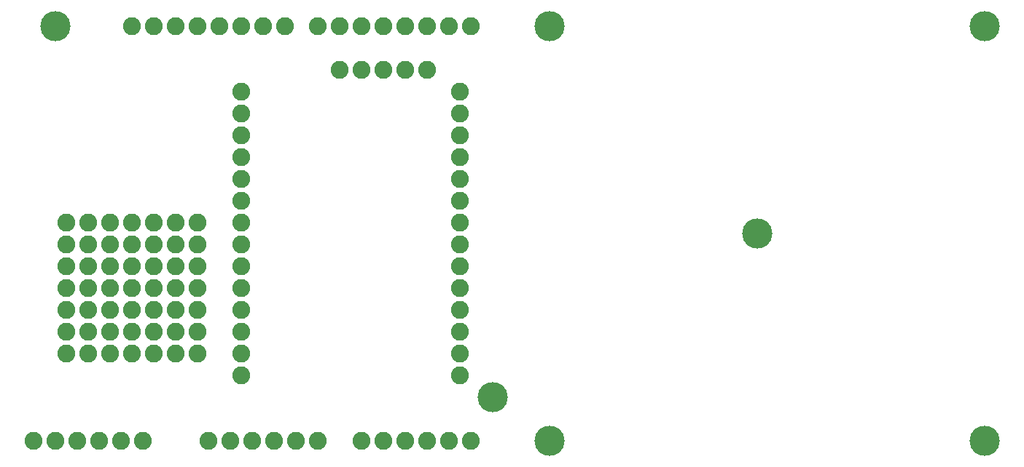
<source format=gbr>
G04 EAGLE Gerber RS-274X export*
G75*
%MOMM*%
%FSLAX34Y34*%
%LPD*%
%INSoldermask Bottom*%
%IPPOS*%
%AMOC8*
5,1,8,0,0,1.08239X$1,22.5*%
G01*
%ADD10C,2.082800*%
%ADD11C,3.505200*%


D10*
X279400Y431800D03*
X279400Y406400D03*
X279400Y381000D03*
X279400Y355600D03*
X279400Y330200D03*
X279400Y304800D03*
X279400Y279400D03*
X279400Y254000D03*
X279400Y228600D03*
X279400Y203200D03*
X279400Y177800D03*
X279400Y152400D03*
X279400Y127000D03*
X279400Y101600D03*
X533400Y101600D03*
X533400Y127000D03*
X533400Y152400D03*
X533400Y177800D03*
X533400Y203200D03*
X533400Y228600D03*
X533400Y254000D03*
X533400Y279400D03*
X533400Y304800D03*
X533400Y330200D03*
X533400Y355600D03*
X533400Y381000D03*
X533400Y406400D03*
X533400Y431800D03*
D11*
X878840Y266700D03*
X1143000Y508000D03*
X1143000Y25400D03*
X637540Y508000D03*
X637540Y25400D03*
D10*
X165100Y25400D03*
X139700Y25400D03*
X114300Y25400D03*
X88900Y25400D03*
X63500Y25400D03*
X38100Y25400D03*
X241300Y25400D03*
X266700Y25400D03*
X292100Y25400D03*
X317500Y25400D03*
X342900Y25400D03*
X368300Y25400D03*
X419100Y25400D03*
X444500Y25400D03*
X469900Y25400D03*
X495300Y25400D03*
X520700Y25400D03*
X546100Y25400D03*
X546100Y508000D03*
X520700Y508000D03*
X495300Y508000D03*
X469900Y508000D03*
X444500Y508000D03*
X419100Y508000D03*
X393700Y508000D03*
X368300Y508000D03*
X330200Y508000D03*
X304800Y508000D03*
X279400Y508000D03*
X254000Y508000D03*
X228600Y508000D03*
X203200Y508000D03*
X177800Y508000D03*
X152400Y508000D03*
D11*
X571500Y76200D03*
X63500Y508000D03*
D10*
X495300Y457200D03*
X469900Y457200D03*
X444500Y457200D03*
X419100Y457200D03*
X393700Y457200D03*
X76200Y279400D03*
X76200Y254000D03*
X76200Y228600D03*
X76200Y203200D03*
X76200Y177800D03*
X76200Y152400D03*
X76200Y127000D03*
X101600Y127000D03*
X101600Y152400D03*
X101600Y177800D03*
X101600Y203200D03*
X101600Y228600D03*
X101600Y254000D03*
X101600Y279400D03*
X127000Y279400D03*
X127000Y254000D03*
X127000Y228600D03*
X127000Y203200D03*
X127000Y177800D03*
X127000Y152400D03*
X127000Y127000D03*
X152400Y127000D03*
X152400Y152400D03*
X152400Y177800D03*
X152400Y203200D03*
X152400Y228600D03*
X152400Y254000D03*
X152400Y279400D03*
X177800Y279400D03*
X177800Y254000D03*
X177800Y228600D03*
X177800Y203200D03*
X177800Y177800D03*
X177800Y152400D03*
X177800Y127000D03*
X203200Y127000D03*
X203200Y152400D03*
X203200Y177800D03*
X203200Y203200D03*
X203200Y228600D03*
X203200Y254000D03*
X203200Y279400D03*
X228600Y279400D03*
X228600Y254000D03*
X228600Y228600D03*
X228600Y203200D03*
X228600Y177800D03*
X228600Y152400D03*
X228600Y127000D03*
M02*

</source>
